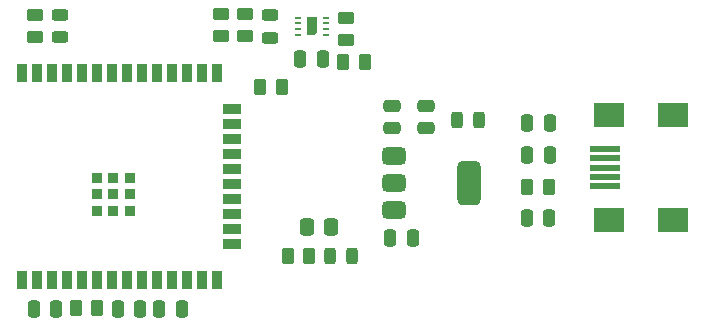
<source format=gbr>
%TF.GenerationSoftware,KiCad,Pcbnew,8.0.4*%
%TF.CreationDate,2025-01-11T15:27:39+03:00*%
%TF.ProjectId,IoT Project,496f5420-5072-46f6-9a65-63742e6b6963,rev?*%
%TF.SameCoordinates,Original*%
%TF.FileFunction,Paste,Top*%
%TF.FilePolarity,Positive*%
%FSLAX46Y46*%
G04 Gerber Fmt 4.6, Leading zero omitted, Abs format (unit mm)*
G04 Created by KiCad (PCBNEW 8.0.4) date 2025-01-11 15:27:39*
%MOMM*%
%LPD*%
G01*
G04 APERTURE LIST*
G04 Aperture macros list*
%AMRoundRect*
0 Rectangle with rounded corners*
0 $1 Rounding radius*
0 $2 $3 $4 $5 $6 $7 $8 $9 X,Y pos of 4 corners*
0 Add a 4 corners polygon primitive as box body*
4,1,4,$2,$3,$4,$5,$6,$7,$8,$9,$2,$3,0*
0 Add four circle primitives for the rounded corners*
1,1,$1+$1,$2,$3*
1,1,$1+$1,$4,$5*
1,1,$1+$1,$6,$7*
1,1,$1+$1,$8,$9*
0 Add four rect primitives between the rounded corners*
20,1,$1+$1,$2,$3,$4,$5,0*
20,1,$1+$1,$4,$5,$6,$7,0*
20,1,$1+$1,$6,$7,$8,$9,0*
20,1,$1+$1,$8,$9,$2,$3,0*%
%AMFreePoly0*
4,1,6,0.450000,-0.800000,-0.450000,-0.800000,-0.450000,0.530000,-0.180000,0.800000,0.450000,0.800000,0.450000,-0.800000,0.450000,-0.800000,$1*%
G04 Aperture macros list end*
%ADD10RoundRect,0.250000X0.250000X0.475000X-0.250000X0.475000X-0.250000X-0.475000X0.250000X-0.475000X0*%
%ADD11RoundRect,0.250000X-0.262500X-0.450000X0.262500X-0.450000X0.262500X0.450000X-0.262500X0.450000X0*%
%ADD12RoundRect,0.250000X0.475000X-0.250000X0.475000X0.250000X-0.475000X0.250000X-0.475000X-0.250000X0*%
%ADD13RoundRect,0.250000X-0.250000X-0.475000X0.250000X-0.475000X0.250000X0.475000X-0.250000X0.475000X0*%
%ADD14RoundRect,0.250000X0.450000X-0.262500X0.450000X0.262500X-0.450000X0.262500X-0.450000X-0.262500X0*%
%ADD15RoundRect,0.250000X0.262500X0.450000X-0.262500X0.450000X-0.262500X-0.450000X0.262500X-0.450000X0*%
%ADD16RoundRect,0.375000X-0.625000X-0.375000X0.625000X-0.375000X0.625000X0.375000X-0.625000X0.375000X0*%
%ADD17RoundRect,0.500000X-0.500000X-1.400000X0.500000X-1.400000X0.500000X1.400000X-0.500000X1.400000X0*%
%ADD18RoundRect,0.250000X-0.475000X0.250000X-0.475000X-0.250000X0.475000X-0.250000X0.475000X0.250000X0*%
%ADD19RoundRect,0.250000X0.337500X0.475000X-0.337500X0.475000X-0.337500X-0.475000X0.337500X-0.475000X0*%
%ADD20RoundRect,0.243750X0.243750X0.456250X-0.243750X0.456250X-0.243750X-0.456250X0.243750X-0.456250X0*%
%ADD21FreePoly0,180.000000*%
%ADD22R,0.550000X0.250000*%
%ADD23R,0.900000X1.500000*%
%ADD24R,1.500000X0.900000*%
%ADD25R,0.900000X0.900000*%
%ADD26RoundRect,0.243750X-0.243750X-0.456250X0.243750X-0.456250X0.243750X0.456250X-0.243750X0.456250X0*%
%ADD27R,2.500000X0.600000*%
%ADD28R,2.500000X2.000000*%
%ADD29RoundRect,0.243750X-0.456250X0.243750X-0.456250X-0.243750X0.456250X-0.243750X0.456250X0.243750X0*%
G04 APERTURE END LIST*
D10*
%TO.C,C1*%
X131050000Y-76500000D03*
X129150000Y-76500000D03*
%TD*%
D11*
%TO.C,R7*%
X120475000Y-78000000D03*
X122300000Y-78000000D03*
%TD*%
D12*
%TO.C,C2*%
X129300000Y-67150000D03*
X129300000Y-65250000D03*
%TD*%
D13*
%TO.C,C8*%
X106100000Y-82450000D03*
X108000000Y-82450000D03*
%TD*%
%TO.C,C6*%
X98950000Y-82450000D03*
X100850000Y-82450000D03*
%TD*%
D14*
%TO.C,R5*%
X99100000Y-59450000D03*
X99100000Y-57625000D03*
%TD*%
D15*
%TO.C,R2*%
X104362500Y-82420000D03*
X102537500Y-82420000D03*
%TD*%
D16*
%TO.C,U1*%
X129500000Y-69500000D03*
X129500000Y-71800000D03*
D17*
X135800000Y-71800000D03*
D16*
X129500000Y-74100000D03*
%TD*%
D10*
%TO.C,C7*%
X111500000Y-82450000D03*
X109600000Y-82450000D03*
%TD*%
D18*
%TO.C,C4*%
X132200000Y-65250000D03*
X132200000Y-67150000D03*
%TD*%
D19*
%TO.C,C11*%
X124165000Y-75515000D03*
X122090000Y-75515000D03*
%TD*%
D20*
%TO.C,D5*%
X125925000Y-78000000D03*
X124050000Y-78000000D03*
%TD*%
D14*
%TO.C,R9*%
X125400000Y-59687500D03*
X125400000Y-57862500D03*
%TD*%
D15*
%TO.C,R1*%
X142592500Y-72126666D03*
X140767500Y-72126666D03*
%TD*%
D10*
%TO.C,C10*%
X142650000Y-69453333D03*
X140750000Y-69453333D03*
%TD*%
D13*
%TO.C,C12*%
X121550000Y-61300000D03*
X123450000Y-61300000D03*
%TD*%
%TO.C,C5*%
X140750000Y-66750000D03*
X142650000Y-66750000D03*
%TD*%
D11*
%TO.C,R6*%
X118137500Y-63650000D03*
X119962500Y-63650000D03*
%TD*%
D14*
%TO.C,R4*%
X114800000Y-59325000D03*
X114800000Y-57500000D03*
%TD*%
D21*
%TO.C,U5*%
X122525000Y-58550000D03*
D22*
X123700000Y-59300000D03*
X123700000Y-58800000D03*
X123700000Y-58300000D03*
X123700000Y-57800000D03*
X121350000Y-57800000D03*
X121350000Y-58300000D03*
X121350000Y-58800000D03*
X121350000Y-59300000D03*
%TD*%
D23*
%TO.C,U3*%
X97980000Y-80000000D03*
X99250000Y-80000000D03*
X100520000Y-80000000D03*
X101790000Y-80000000D03*
X103060000Y-80000000D03*
X104330000Y-80000000D03*
X105600000Y-80000000D03*
X106870000Y-80000000D03*
X108140000Y-80000000D03*
X109410000Y-80000000D03*
X110680000Y-80000000D03*
X111950000Y-80000000D03*
X113220000Y-80000000D03*
X114490000Y-80000000D03*
D24*
X115740000Y-76960000D03*
X115740000Y-75690000D03*
X115740000Y-74420000D03*
X115740000Y-73150000D03*
X115740000Y-71880000D03*
X115740000Y-70610000D03*
X115740000Y-69340000D03*
X115740000Y-68070000D03*
X115740000Y-66800000D03*
X115740000Y-65530000D03*
D23*
X114490000Y-62500000D03*
X113220000Y-62500000D03*
X111950000Y-62500000D03*
X110680000Y-62500000D03*
X109410000Y-62500000D03*
X108140000Y-62500000D03*
X106870000Y-62500000D03*
X105600000Y-62500000D03*
X104330000Y-62500000D03*
X103060000Y-62500000D03*
X101790000Y-62500000D03*
X100520000Y-62500000D03*
X99250000Y-62500000D03*
X97980000Y-62500000D03*
D25*
X104300000Y-74150000D03*
X105700000Y-74150000D03*
X107100000Y-74150000D03*
X104300000Y-72750000D03*
X105700000Y-72750000D03*
X107100000Y-72750000D03*
X104300000Y-71350000D03*
X105700000Y-71350000D03*
X107100000Y-71350000D03*
%TD*%
D10*
%TO.C,C9*%
X142600000Y-74800000D03*
X140700000Y-74800000D03*
%TD*%
D26*
%TO.C,D1*%
X134812500Y-66500000D03*
X136687500Y-66500000D03*
%TD*%
D14*
%TO.C,R3*%
X116850000Y-59325000D03*
X116850000Y-57500000D03*
%TD*%
D27*
%TO.C,J1*%
X147370000Y-72100000D03*
X147370000Y-71300000D03*
X147370000Y-70500000D03*
X147370000Y-69700000D03*
X147370000Y-68900000D03*
D28*
X147670000Y-74950000D03*
X147670000Y-66050000D03*
X153120000Y-66050000D03*
X153120000Y-74950000D03*
%TD*%
D29*
%TO.C,D3*%
X101200000Y-57600000D03*
X101200000Y-59475000D03*
%TD*%
%TO.C,D4*%
X119000000Y-57625000D03*
X119000000Y-59500000D03*
%TD*%
D11*
%TO.C,R8*%
X125175000Y-61600000D03*
X127000000Y-61600000D03*
%TD*%
M02*

</source>
